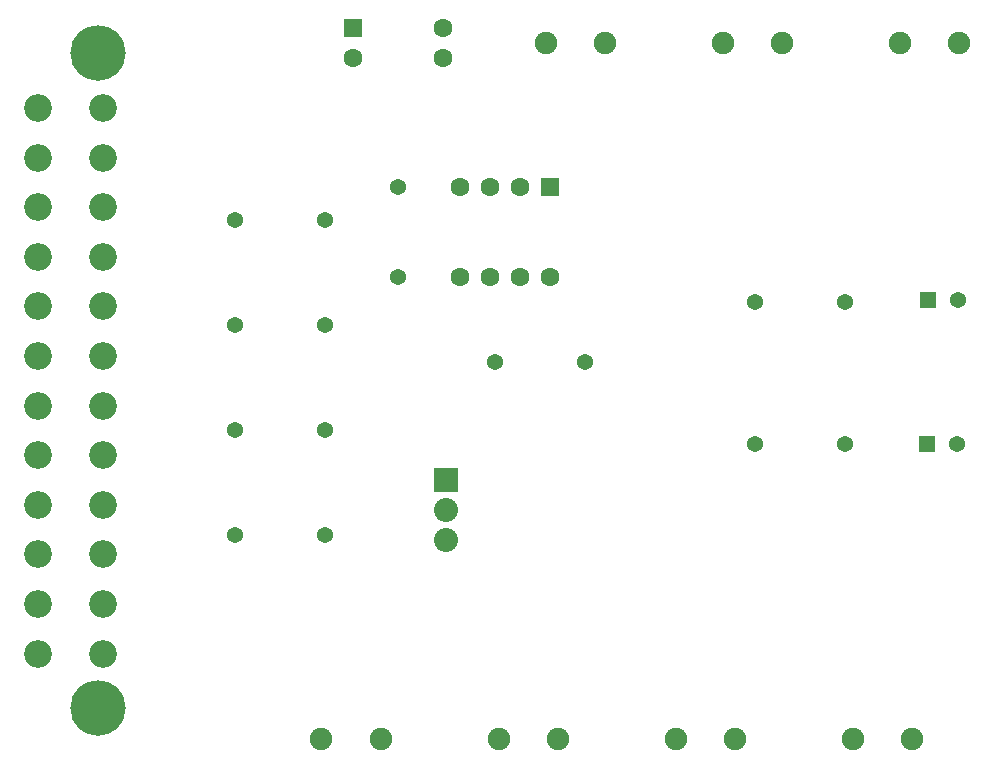
<source format=gbr>
G04 DipTrace 4.0.0.5*
G04 TopMask.gbr*
%MOIN*%
G04 #@! TF.FileFunction,Soldermask,Top*
G04 #@! TF.Part,Single*
%ADD25C,0.185039*%
%ADD34C,0.062992*%
%ADD36C,0.09252*%
%ADD38C,0.074803*%
%ADD40C,0.062992*%
%ADD41R,0.062992X0.062992*%
%ADD43C,0.053937*%
%ADD45C,0.080315*%
%ADD47R,0.080315X0.080315*%
%ADD49R,0.053937X0.053937*%
%ADD51C,0.053937*%
%FSLAX26Y26*%
G04*
G70*
G90*
G75*
G01*
G04 TopMask*
%LPD*%
D51*
X3681247Y2103310D3*
D49*
X3581247D3*
D51*
X3675255Y1622310D3*
D49*
X3575255D3*
D47*
X1971711Y1504199D3*
D45*
Y1404199D3*
Y1304199D3*
D51*
X1570530Y2370341D3*
D43*
X1270530D3*
D51*
X1570530Y2020341D3*
D43*
X1270530D3*
D51*
X1570530Y1670341D3*
D43*
X1270530D3*
D51*
X1570530Y1320341D3*
D43*
X1270530D3*
D51*
X3302814Y2094751D3*
D43*
X3002814D3*
D51*
X3302814Y1622310D3*
D43*
X3002814D3*
D51*
X1814231Y2180971D3*
D43*
Y2480971D3*
D41*
X1664231Y3010892D3*
D40*
Y2910892D3*
X1964231D3*
Y3010892D3*
D51*
X2436672Y1897900D3*
D43*
X2136672D3*
D38*
X2306357Y2960892D3*
X2503207D3*
X3487459D3*
X3684310D3*
D36*
X828404Y923885D3*
Y1089239D3*
Y1254593D3*
Y1419948D3*
Y1585302D3*
Y1750656D3*
Y1916010D3*
Y2081365D3*
Y2246719D3*
Y2412073D3*
Y2577428D3*
Y2742782D3*
X611869D3*
Y2577428D3*
Y2412073D3*
Y2246719D3*
Y2081365D3*
Y1916010D3*
Y1750656D3*
Y1585302D3*
Y1419948D3*
Y1254593D3*
Y1089239D3*
Y923885D3*
D25*
X811869Y744220D3*
Y2926047D3*
D38*
X1558325Y638058D3*
X1755176D3*
X2148877D3*
X2345727D3*
X2739428D3*
X2936278D3*
X3329979D3*
X3526829D3*
D41*
X2318562Y2480971D3*
D34*
X2218562D3*
X2118562D3*
X2018562D3*
Y2180971D3*
X2118562D3*
X2218562D3*
X2318562D3*
D38*
X2896908Y2960892D3*
X3093759D3*
M02*

</source>
